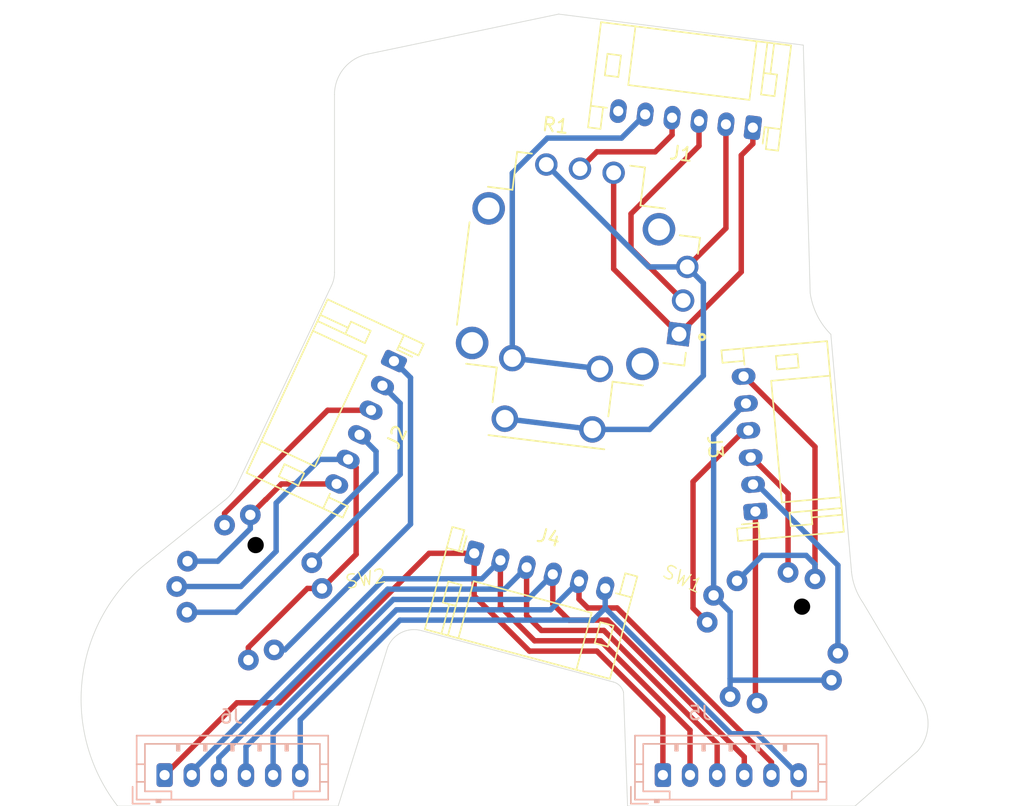
<source format=kicad_pcb>
(kicad_pcb (version 20240108) (generator "pcbnew") (generator_version "8.0")
  (layers (0 "F.Cu" signal) (31 "B.Cu" signal) (34 "B.Paste" user) (35 "F.Paste" user) (36 "B.SilkS" user "B.Silkscreen") (37 "F.SilkS" user "F.Silkscreen") (38 "B.Mask" user) (39 "F.Mask" user) (44 "Edge.Cuts" user))
  (net 0 "")
  (net 1 "Net-(J1-Pin_5)")
  (net 2 "Net-(J1-Pin_1)")
  (net 3 "Net-(J1-Pin_3)")
  (net 5 "Net-(J1-Pin_2)")
  (net 6 "Net-(J1-Pin_4)")
  (net 7 "Net-(J2-Pin_1)")
  (net 8 "Net-(J2-Pin_4)")
  (net 9 "Net-(J2-Pin_5)")
  (net 10 "Net-(J2-Pin_6)")
  (net 11 "Net-(J2-Pin_2)")
  (net 12 "Net-(J2-Pin_3)")
  (net 13 "Net-(J3-Pin_3)")
  (net 14 "Net-(J3-Pin_5)")
  (net 15 "Net-(J3-Pin_4)")
  (net 16 "Net-(J3-Pin_1)")
  (net 17 "Net-(J3-Pin_2)")
  (net 18 "Net-(J3-Pin_6)")
  (net 19 "Net-(J4-Pin_1)")
  (net 20 "Net-(J4-Pin_3)")
  (net 21 "Net-(J4-Pin_4)")
  (net 22 "Net-(J4-Pin_5)")
  (net 23 "Net-(J4-Pin_2)")
  (net 24 "Net-(J4-Pin_6)")
  (footprint "MountingHole:MountingHole_2.7mm_M2.5" (layer "F.Cu") (at 151.638 109.474)
    (property "Reference" "REF**" (hide yes))
    (property "Value" "MountingHole_2.7mm_M2.5")
    (pad "" np_thru_hole circle (at 0 0) (size 2.7 2.7) (drill 2.7) (layers "*.Cu" "*.Mask"))
  )
  (footprint "Connector_JST:JST_PH_S6B-PH-K_1x06_P2.00mm_Horizontal" (layer "F.Cu") (at 121.280478 96.923387 -15)
    (property "Reference" "J4" (at 4.999999 -2.549999 165) (layer "F.SilkS"))
    (property "Value" "Conn_01x06")
    (fp_line (start -2.06 6.359999) (end 12.060001 6.36) (stroke (width 0.12)) (layer "F.SilkS"))
    (fp_line (start -1.300001 4.1) (end -0.300001 4.1) (stroke (width 0.12)) (layer "F.SilkS"))
    (fp_line (start -2.059999 0.139999) (end -1.140001 0.140001) (stroke (width 0.12)) (layer "F.SilkS"))
    (fp_line (start -1.300001 2.5) (end -1.300001 4.1) (stroke (width 0.12)) (layer "F.SilkS"))
    (fp_line (start -0.800001 4.1) (end -0.799999 6.36) (stroke (width 0.12)) (layer "F.SilkS"))
    (fp_line (start -2.059999 -1.46) (end -2.06 6.359999) (stroke (width 0.12)) (layer "F.SilkS"))
    (fp_line (start -0.300001 4.1) (end -0.300001 6.359999) (stroke (width 0.12)) (layer "F.SilkS"))
    (fp_line (start -0.300001 4.1) (end -0.3 2.5) (stroke (width 0.12)) (layer "F.SilkS"))
    (fp_line (start 0.5 6.359999) (end 0.5 2) (stroke (width 0.12)) (layer "F.SilkS"))
    (fp_line (start -1.140001 0.140001) (end -1.14 -1.46) (stroke (width 0.12)) (layer "F.SilkS"))
    (fp_line (start -0.3 2.5) (end -1.300001 2.5) (stroke (width 0.12)) (layer "F.SilkS"))
    (fp_line (start -0.86 0.140001) (end -1.140001 0.140001) (stroke (width 0.12)) (layer "F.SilkS"))
    (fp_line (start -0.86 0.140001) (end -0.86 -1.074999) (stroke (width 0.12)) (layer "F.SilkS"))
    (fp_line (start -1.14 -1.46) (end -2.059999 -1.46) (stroke (width 0.12)) (layer "F.SilkS"))
    (fp_line (start 0.5 2) (end 9.500001 1.999999) (stroke (width 0.12)) (layer "F.SilkS"))
    (fp_line (start 9.500001 1.999999) (end 9.5 6.36) (stroke (width 0.12)) (layer "F.SilkS"))
    (fp_line (start 10.3 4.100001) (end 10.3 2.5) (stroke (width 0.12)) (layer "F.SilkS"))
    (fp_line (start 10.3 2.5) (end 11.3 2.5) (stroke (width 0.12)) (layer "F.SilkS"))
    (fp_line (start 11.3 4.1) (end 10.3 4.100001) (stroke (width 0.12)) (layer "F.SilkS"))
    (fp_line (start 12.060001 6.36) (end 12.06 -1.460001) (stroke (width 0.12)) (layer "F.SilkS"))
    (fp_line (start 11.3 2.5) (end 11.3 4.1) (stroke (width 0.12)) (layer "F.SilkS"))
    (fp_line (start 11.140001 0.14) (end 10.860001 0.139999) (stroke (width 0.12)) (layer "F.SilkS"))
    (fp_line (start 11.14 -1.460002) (end 11.140001 0.14) (stroke (width 0.12)) (layer "F.SilkS"))
    (fp_line (start 12.06 0.14) (end 11.140001 0.14) (stroke (width 0.12)) (layer "F.SilkS"))
    (fp_line (start 12.06 -1.460001) (end 11.14 -1.460002) (stroke (width 0.12)) (layer "F.SilkS"))
    (pad "1" thru_hole roundrect (at 0 0 345) (size 1.2 1.75) (drill 0.75) (layers "*.Cu" "*.Mask") (roundrect_rratio 0.208333) (net 19 "Net-(J4-Pin_1)"))
    (pad "2" thru_hole oval (at 1.999999 0 345) (size 1.2 1.75) (drill 0.75) (layers "*.Cu" "*.Mask") (net 23 "Net-(J4-Pin_2)"))
    (pad "3" thru_hole oval (at 4 0.000001 345) (size 1.2 1.75) (drill 0.75) (layers "*.Cu" "*.Mask") (net 20 "Net-(J4-Pin_3)"))
    (pad "4" thru_hole oval (at 6 0.000001 345) (size 1.2 1.75) (drill 0.75) (layers "*.Cu" "*.Mask") (net 21 "Net-(J4-Pin_4)"))
    (pad "5" thru_hole oval (at 7.999999 -0.000001 345) (size 1.2 1.75) (drill 0.75) (layers "*.Cu" "*.Mask") (net 22 "Net-(J4-Pin_5)"))
    (pad "6" thru_hole oval (at 10 0.000001 345) (size 1.2 1.75) (drill 0.75) (layers "*.Cu" "*.Mask") (net 24 "Net-(J4-Pin_6)"))
  )
  (footprint "thumb-hat:hat-switch" (layer "F.Cu") (at 104.706 99.446 10)
    (property "Reference" "SW2" (at 8.558816 0.859277 10) (layer "F.SilkS") (effects (font (thickness 0.1))))
    (property "Value" "~")
    (pad "" np_thru_hole circle (at 1.000001 -2.999999 10) (size 1.2 1.2) (drill 1.2) (layers "*.Mask"))
    (pad "1" thru_hole circle (at 1.000001 4.85 10) (size 1.524 1.524) (drill 0.762) (layers "*.Cu" "*.Mask") (net 7 "Net-(J2-Pin_1)"))
    (pad "2" thru_hole circle (at 4.85 -1.000001 10) (size 1.524 1.524) (drill 0.762) (layers "*.Cu" "*.Mask") (net 11 "Net-(J2-Pin_2)"))
    (pad "3" thru_hole circle (at -1.000001 -4.85 10) (size 1.524 1.524) (drill 0.762) (layers "*.Cu" "*.Mask") (net 12 "Net-(J2-Pin_3)"))
    (pad "4" thru_hole circle (at -4.85 1.000001 10) (size 1.524 1.524) (drill 0.762) (layers "*.Cu" "*.Mask") (net 8 "Net-(J2-Pin_4)"))
    (pad "5" thru_hole circle (at -5.26 -1.000001 10) (size 1.524 1.524) (drill 0.762) (layers "*.Cu" "*.Mask") (net 9 "Net-(J2-Pin_5)"))
    (pad "5" thru_hole circle (at -1.000001 5.26 10) (size 1.524 1.524) (drill 0.762) (layers "*.Cu" "*.Mask") (net 9 "Net-(J2-Pin_5)"))
    (pad "5" thru_hole circle (at 5.26 1.000001 10) (size 1.524 1.524) (drill 0.762) (layers "*.Cu" "*.Mask") (net 9 "Net-(J2-Pin_5)"))
    (pad "6" thru_hole circle (at 1.000001 -5.26 10) (size 1.524 1.524) (drill 0.762) (layers "*.Cu" "*.Mask") (net 10 "Net-(J2-Pin_6)"))
    (pad "7" thru_hole circle (at -4.15 -2.7 10) (size 1.524 1.524) (drill 0.762) (layers "*.Cu" "*.Mask") (net 10 "Net-(J2-Pin_6)"))
  )
  (footprint "MountingHole:MountingHole_2.7mm_M2.5" (layer "F.Cu") (at 116.078 64.516)
    (property "Reference" "REF**" (hide yes))
    (property "Value" "MountingHole_2.7mm_M2.5")
    (pad "" np_thru_hole circle (at 0 0) (size 2.7 2.7) (drill 2.7) (layers "*.Cu" "*.Mask"))
  )
  (footprint "Connector_JST:JST_PH_S6B-PH-K_1x06_P2.00mm_Horizontal" (layer "F.Cu") (at 141.824151 65.525085 173)
    (property "Reference" "J1" (at 5 -2.55 -7) (layer "F.SilkS"))
    (property "Value" "Conn_01x06")
    (fp_line (start 12.06 -1.46) (end 11.14 -1.46) (stroke (width 0.12)) (layer "F.SilkS"))
    (fp_line (start 12.06 0.14) (end 11.14 0.14) (stroke (width 0.12)) (layer "F.SilkS"))
    (fp_line (start 11.14 -1.46) (end 11.14 0.14) (stroke (width 0.12)) (layer "F.SilkS"))
    (fp_line (start 12.06 6.36) (end 12.06 -1.46) (stroke (width 0.12)) (layer "F.SilkS"))
    (fp_line (start 11.14 0.14) (end 10.86 0.140002) (stroke (width 0.12)) (layer "F.SilkS"))
    (fp_line (start 11.3 2.5) (end 11.3 4.1) (stroke (width 0.12)) (layer "F.SilkS"))
    (fp_line (start 11.3 4.1) (end 10.3 4.1) (stroke (width 0.12)) (layer "F.SilkS"))
    (fp_line (start 10.3 2.5) (end 11.3 2.5) (stroke (width 0.12)) (layer "F.SilkS"))
    (fp_line (start 10.3 4.1) (end 10.3 2.5) (stroke (width 0.12)) (layer "F.SilkS"))
    (fp_line (start 9.5 2) (end 9.5 6.36) (stroke (width 0.12)) (layer "F.SilkS"))
    (fp_line (start 0.5 2) (end 9.5 2) (stroke (width 0.12)) (layer "F.SilkS"))
    (fp_line (start 0.5 6.36) (end 0.5 2) (stroke (width 0.12)) (layer "F.SilkS"))
    (fp_line (start -0.3 2.5) (end -1.3 2.5) (stroke (width 0.12)) (layer "F.SilkS"))
    (fp_line (start -0.3 4.1) (end -0.3 2.5) (stroke (width 0.12)) (layer "F.SilkS"))
    (fp_line (start -0.3 4.1) (end -0.3 6.36) (stroke (width 0.12)) (layer "F.SilkS"))
    (fp_line (start -0.86 0.14) (end -0.86 -1.075) (stroke (width 0.12)) (layer "F.SilkS"))
    (fp_line (start -0.86 0.14) (end -1.14 0.14) (stroke (width 0.12)) (layer "F.SilkS"))
    (fp_line (start -1.14 -1.46) (end -2.06 -1.46) (stroke (width 0.12)) (layer "F.SilkS"))
    (fp_line (start -1.14 0.14) (end -1.14 -1.46) (stroke (width 0.12)) (layer "F.SilkS"))
    (fp_line (start -0.8 4.1) (end -0.8 6.36) (stroke (width 0.12)) (layer "F.SilkS"))
    (fp_line (start -1.3 2.5) (end -1.3 4.1) (stroke (width 0.12)) (layer "F.SilkS"))
    (fp_line (start -1.3 4.1) (end -0.3 4.1) (stroke (width 0.12)) (layer "F.SilkS"))
    (fp_line (start -2.06 -1.46) (end -2.06 6.36) (stroke (width 0.12)) (layer "F.SilkS"))
    (fp_line (start -2.06 0.14) (end -1.14 0.14) (stroke (width 0.12)) (layer "F.SilkS"))
    (fp_line (start -2.06 6.36) (end 12.06 6.36) (stroke (width 0.12)) (layer "F.SilkS"))
    (pad "1" thru_hole roundrect (at 0 0 173) (size 1.2 1.75) (drill 0.75) (layers "*.Cu" "*.Mask") (roundrect_rratio 0.208333) (net 2 "Net-(J1-Pin_1)"))
    (pad "2" thru_hole oval (at 2 0 173) (size 1.2 1.75) (drill 0.75) (layers "*.Cu" "*.Mask") (net 5 "Net-(J1-Pin_2)"))
    (pad "3" thru_hole oval (at 4 0 173) (size 1.2 1.75) (drill 0.75) (layers "*.Cu" "*.Mask") (net 3 "Net-(J1-Pin_3)"))
    (pad "4" thru_hole oval (at 6 0 173) (size 1.2 1.75) (drill 0.75) (layers "*.Cu" "*.Mask") (net 6 "Net-(J1-Pin_4)"))
    (pad "5" thru_hole oval (at 8 0 173) (size 1.2 1.75) (drill 0.75) (layers "*.Cu" "*.Mask") (net 1 "Net-(J1-Pin_5)"))
    (pad "6" thru_hole oval (at 10 0 173) (size 1.2 1.75) (drill 0.75) (layers "*.Cu" "*.Mask"))
  )
  (footprint "THB001P:CNK_THB001P" (layer "F.Cu") (at 128.016 77.216 -7)
    (property "Reference" "R1" (at -2.175 -11.675 173) (layer "F.SilkS"))
    (property "Value" "~")
    (fp_line (start -6.575 6.575) (end -4.300001 6.575) (stroke (width 0.127)) (layer "F.SilkS"))
    (fp_line (start -7.6 -3.81) (end -7.6 3.81) (stroke (width 0.127)) (layer "F.SilkS"))
    (fp_line (start -4.3 11.600001) (end 4.3 11.599999) (stroke (width 0.127)) (layer "F.SilkS"))
    (fp_line (start -4.300001 6.575) (end -4.3 9.15) (stroke (width 0.127)) (layer "F.SilkS"))
    (fp_line (start -4.75 -6.575001) (end -6.575 -6.575) (stroke (width 0.127)) (layer "F.SilkS"))
    (fp_line (start -4.75 -9.4) (end -4.75 -6.575001) (stroke (width 0.127)) (layer "F.SilkS"))
    (fp_line (start -3.649999 -9.4) (end -4.75 -9.4) (stroke (width 0.127)) (layer "F.SilkS"))
    (fp_line (start 4.3 9.15) (end 4.299999 6.575) (stroke (width 0.127)) (layer "F.SilkS"))
    (fp_line (start 4.299999 6.575) (end 6.55 6.575) (stroke (width 0.127)) (layer "F.SilkS"))
    (fp_line (start 3.650001 -9.4) (end 4.75 -9.4) (stroke (width 0.127)) (layer "F.SilkS"))
    (fp_line (start 4.75 -6.574999) (end 6.575 -6.575) (stroke (width 0.127)) (layer "F.SilkS"))
    (fp_line (start 4.75 -9.4) (end 4.75 -6.574999) (stroke (width 0.127)) (layer "F.SilkS"))
    (fp_line (start 7.9 -4.75) (end 9.4 -4.75) (stroke (width 0.127)) (layer "F.SilkS"))
    (fp_line (start 9.4 4.75) (end 7.85 4.75) (stroke (width 0.127)) (layer "F.SilkS"))
    (fp_line (start 9.4 3.800001) (end 9.4 4.75) (stroke (width 0.127)) (layer "F.SilkS"))
    (fp_line (start 9.4 -4.75) (end 9.4 -3.55) (stroke (width 0.127)) (layer "F.SilkS"))
    (fp_circle (center 10.45 2.5) (end 10.549999 2.5) (stroke (width 0.2)) (fill none) (layer "F.SilkS"))
    (pad "A" thru_hole circle (at -3.25 5.75 353) (size 1.95 1.95) (drill 1.3) (layers "*.Cu" "*.Mask") (net 1 "Net-(J1-Pin_5)"))
    (pad "B" thru_hole circle (at 3.250001 5.75 353) (size 1.95 1.95) (drill 1.3) (layers "*.Cu" "*.Mask") (net 1 "Net-(J1-Pin_5)"))
    (pad "C" thru_hole circle (at -3.249999 10.249999 353) (size 1.95 1.95) (drill 1.3) (layers "*.Cu" "*.Mask") (net 5 "Net-(J1-Pin_2)"))
    (pad "D" thru_hole circle (at 3.25 10.250001 353) (size 1.95 1.95) (drill 1.3) (layers "*.Cu" "*.Mask") (net 5 "Net-(J1-Pin_2)"))
    (pad "S1" thru_hole circle (at 6.325 -5 353) (size 2.4 2.4) (drill 1.6) (layers "*.Cu" "*.Mask"))
    (pad "S2" thru_hole circle (at -6.325 -5 353) (size 2.4 2.4) (drill 1.6) (layers "*.Cu" "*.Mask"))
    (pad "S3" thru_hole circle (at -6.325 5 353) (size 2.4 2.4) (drill 1.6) (layers "*.Cu" "*.Mask"))
    (pad "S4" thru_hole circle (at 6.325 5 353) (size 2.4 2.4) (drill 1.6) (layers "*.Cu" "*.Mask"))
    (pad "VR1_1" thru_hole rect (at 8.729999 2.5 353) (size 1.65 1.65) (drill 1.1) (layers "*.Cu" "*.Mask") (net 2 "Net-(J1-Pin_1)"))
    (pad "VR1_2" thru_hole circle (at 8.73 0.000001 353) (size 1.65 1.65) (drill 1.1) (layers "*.Cu" "*.Mask") (net 3 "Net-(J1-Pin_3)"))
    (pad "VR1_3" thru_hole circle (at 8.730001 -2.5 353) (size 1.65 1.65) (drill 1.1) (layers "*.Cu" "*.Mask") (net 5 "Net-(J1-Pin_2)"))
    (pad "VR2_1" thru_hole circle (at 2.5 -8.729999 353) (size 1.65 1.65) (drill 1.1) (layers "*.Cu" "*.Mask") (net 2 "Net-(J1-Pin_1)"))
    (pad "VR2_2" thru_hole circle (at 0.000001 -8.73 353) (size 1.65 1.65) (drill 1.1) (layers "*.Cu" "*.Mask") (net 6 "Net-(J1-Pin_4)"))
    (pad "VR2_3" thru_hole circle (at -2.5 -8.730001 353) (size 1.65 1.65) (drill 1.1) (layers "*.Cu" "*.Mask") (net 5 "Net-(J1-Pin_2)"))
  )
  (footprint "MountingHole:MountingHole_2.7mm_M2.5" (layer "F.Cu") (at 134.112 93.218)
    (property "Reference" "REF**" (hide yes))
    (property "Value" "MountingHole_2.7mm_M2.5")
    (pad "" np_thru_hole circle (at 0 0) (size 2.7 2.7) (drill 2.7) (layers "*.Cu" "*.Mask"))
  )
  (footprint "MountingHole:MountingHole_2.7mm_M2.5" (layer "F.Cu") (at 96.52 106.426)
    (property "Reference" "REF**" (hide yes))
    (property "Value" "MountingHole_2.7mm_M2.5")
    (pad "" np_thru_hole circle (at 0 0) (size 2.7 2.7) (drill 2.7) (layers "*.Cu" "*.Mask"))
  )
  (footprint "MountingHole:MountingHole_2.7mm_M2.5" (layer "F.Cu") (at 143.256 74.676)
    (property "Reference" "REF**" (hide yes))
    (property "Value" "MountingHole_2.7mm_M2.5")
    (pad "" np_thru_hole circle (at 0 0) (size 2.7 2.7) (drill 2.7) (layers "*.Cu" "*.Mask"))
  )
  (footprint "Connector_JST:JST_PH_S6B-PH-K_1x06_P2.00mm_Horizontal" (layer "F.Cu") (at 115.365762 82.746874 -115)
    (property "Reference" "J2" (at 5.000001 -2.55 -115) (layer "F.SilkS"))
    (property "Value" "Conn_01x06")
    (fp_line (start 12.059998 6.360001) (end 12.06 -1.46) (stroke (width 0.12)) (layer "F.SilkS"))
    (fp_line (start 11.3 4.1) (end 10.300001 4.1) (stroke (width 0.12)) (layer "F.SilkS"))
    (fp_line (start 10.300001 4.1) (end 10.3 2.500001) (stroke (width 0.12)) (layer "F.SilkS"))
    (fp_line (start 11.3 2.5) (end 11.3 4.1) (stroke (width 0.12)) (layer "F.SilkS"))
    (fp_line (start 10.3 2.500001) (end 11.3 2.5) (stroke (width 0.12)) (layer "F.SilkS"))
    (fp_line (start 0.5 6.36) (end 0.500001 2) (stroke (width 0.12)) (layer "F.SilkS"))
    (fp_line (start 9.5 2) (end 9.5 6.36) (stroke (width 0.12)) (layer "F.SilkS"))
    (fp_line (start 12.06 0.139999) (end 11.14 0.140001) (stroke (width 0.12)) (layer "F.SilkS"))
    (fp_line (start -2.06 6.36) (end 12.059998 6.360001) (stroke (width 0.12)) (layer "F.SilkS"))
    (fp_line (start 11.14 0.140001) (end 10.86 0.140001) (stroke (width 0.12)) (layer "F.SilkS"))
    (fp_line (start 12.06 -1.46) (end 11.139999 -1.460001) (stroke (width 0.12)) (layer "F.SilkS"))
    (fp_line (start -0.3 4.1) (end -0.3 6.360001) (stroke (width 0.12)) (layer "F.SilkS"))
    (fp_line (start -0.3 4.1) (end -0.299999 2.5) (stroke (width 0.12)) (layer "F.SilkS"))
    (fp_line (start 11.139999 -1.460001) (end 11.14 0.140001) (stroke (width 0.12)) (layer "F.SilkS"))
    (fp_line (start -0.8 4.099999) (end -0.800001 6.359999) (stroke (width 0.12)) (layer "F.SilkS"))
    (fp_line (start -1.300001 4.100001) (end -0.3 4.1) (stroke (width 0.12)) (layer "F.SilkS"))
    (fp_line (start -0.299999 2.5) (end -1.3 2.5) (stroke (width 0.12)) (layer "F.SilkS"))
    (fp_line (start 0.500001 2) (end 9.5 2) (stroke (width 0.12)) (layer "F.SilkS"))
    (fp_line (start -1.3 2.5) (end -1.300001 4.100001) (stroke (width 0.12)) (layer "F.SilkS"))
    (fp_line (start -0.859999 0.14) (end -1.140002 0.14) (stroke (width 0.12)) (layer "F.SilkS"))
    (fp_line (start -0.859999 0.14) (end -0.86 -1.075) (stroke (width 0.12)) (layer "F.SilkS"))
    (fp_line (start -1.140002 0.14) (end -1.139999 -1.46) (stroke (width 0.12)) (layer "F.SilkS"))
    (fp_line (start -2.059999 0.139999) (end -1.140002 0.14) (stroke (width 0.12)) (layer "F.SilkS"))
    (fp_line (start -1.139999 -1.46) (end -2.06 -1.460001) (stroke (width 0.12)) (layer "F.SilkS"))
    (fp_line (start -2.06 -1.460001) (end -2.06 6.36) (stroke (width 0.12)) (layer "F.SilkS"))
    (pad "1" thru_hole roundrect (at 0 0 245) (size 1.2 1.75) (drill 0.75) (layers "*.Cu" "*.Mask") (roundrect_rratio 0.208333) (net 7 "Net-(J2-Pin_1)"))
    (pad "2" thru_hole oval (at 2 0.000001 245) (size 1.2 1.75) (drill 0.75) (layers "*.Cu" "*.Mask") (net 11 "Net-(J2-Pin_2)"))
    (pad "3" thru_hole oval (at 4 0 245) (size 1.2 1.75) (drill 0.75) (layers "*.Cu" "*.Mask") (net 12 "Net-(J2-Pin_3)"))
    (pad "4" thru_hole oval (at 6 0 245) (size 1.2 1.75) (drill 0.75) (layers "*.Cu" "*.Mask") (net 8 "Net-(J2-Pin_4)"))
    (pad "5" thru_hole oval (at 8.000001 0.000001 245) (size 1.2 1.75) (drill 0.75) (layers "*.Cu" "*.Mask") (net 9 "Net-(J2-Pin_5)"))
    (pad "6" thru_hole oval (at 10 0 245) (size 1.2 1.75) (drill 0.75) (layers "*.Cu" "*.Mask") (net 10 "Net-(J2-Pin_6)"))
  )
  (footprint "thumb-hat:hat-switch" (layer "F.Cu") (at 143.276 103.156 -25)
    (property "Reference" "SW1" (at -7.841772 -1.143016 -25) (layer "F.SilkS") (effects (font (thickness 0.1))))
    (property "Value" "~")
    (pad "" np_thru_hole circle (at 1 -3 335) (size 1.2 1.2) (drill 1.2) (layers "*.Mask"))
    (pad "1" thru_hole circle (at 1.000001 4.85 335) (size 1.524 1.524) (drill 0.762) (layers "*.Cu" "*.Mask") (net 16 "Net-(J3-Pin_1)"))
    (pad "2" thru_hole circle (at 4.85 -1.000001 335) (size 1.524 1.524) (drill 0.762) (layers "*.Cu" "*.Mask") (net 17 "Net-(J3-Pin_2)"))
    (pad "3" thru_hole circle (at -1.000001 -4.85 335) (size 1.524 1.524) (drill 0.762) (layers "*.Cu" "*.Mask") (net 13 "Net-(J3-Pin_3)"))
    (pad "4" thru_hole circle (at -4.85 1.000001 335) (size 1.524 1.524) (drill 0.762) (layers "*.Cu" "*.Mask") (net 15 "Net-(J3-Pin_4)"))
    (pad "5" thru_hole circle (at -5.26 -1 335) (size 1.524 1.524) (drill 0.762) (layers "*.Cu" "*.Mask") (net 14 "Net-(J3-Pin_5)"))
    (pad "5" thru_hole circle (at -1 5.26 335) (size 1.524 1.524) (drill 0.762) (layers "*.Cu" "*.Mask") (net 14 "Net-(J3-Pin_5)"))
    (pad "5" thru_hole circle (at 5.26 1 335) (size 1.524 1.524) (drill 0.762) (layers "*.Cu" "*.Mask") (net 14 "Net-(J3-Pin_5)"))
    (pad "6" thru_hole circle (at 1 -5.26 335) (size 1.524 1.524) (drill 0.762) (layers "*.Cu" "*.Mask") (net 18 "Net-(J3-Pin_6)"))
    (pad "7" thru_hole circle (at -4.15 -2.7 335) (size 1.524 1.524) (drill 0.762) (layers "*.Cu" "*.Mask") (net 18 "Net-(J3-Pin_6)"))
  )
  (footprint "Connector_JST:JST_PH_S6B-PH-K_1x06_P2.00mm_Horizontal" (layer "F.Cu") (at 142.013102 93.840505 95)
    (property "Reference" "J3" (at 5 -2.55 -85) (layer "F.SilkS"))
    (property "Value" "Conn_01x06")
    (fp_line (start 12.06 -1.460001) (end 11.140001 -1.46) (stroke (width 0.12)) (layer "F.SilkS"))
    (fp_line (start 11.140001 -1.46) (end 11.140001 0.14) (stroke (width 0.12)) (layer "F.SilkS"))
    (fp_line (start -1.140001 -1.459999) (end -2.059999 -1.460003) (stroke (width 0.12)) (layer "F.SilkS"))
    (fp_line (start -2.059999 -1.460003) (end -2.06 6.359999) (stroke (width 0.12)) (layer "F.SilkS"))
    (fp_line (start 12.06 0.139999) (end 11.140001 0.14) (stroke (width 0.12)) (layer "F.SilkS"))
    (fp_line (start 11.140001 0.14) (end 10.86 0.139999) (stroke (width 0.12)) (layer "F.SilkS"))
    (fp_line (start -0.86 0.14) (end -0.86 -1.074999) (stroke (width 0.12)) (layer "F.SilkS"))
    (fp_line (start -0.86 0.14) (end -1.140001 0.140001) (stroke (width 0.12)) (layer "F.SilkS"))
    (fp_line (start -1.140001 0.140001) (end -1.140001 -1.459999) (stroke (width 0.12)) (layer "F.SilkS"))
    (fp_line (start -2.059999 0.139999) (end -1.140001 0.140001) (stroke (width 0.12)) (layer "F.SilkS"))
    (fp_line (start 9.5 2) (end 9.5 6.36) (stroke (width 0.12)) (layer "F.SilkS"))
    (fp_line (start 11.3 2.5) (end 11.3 4.1) (stroke (width 0.12)) (layer "F.SilkS"))
    (fp_line (start 10.3 2.5) (end 11.3 2.5) (stroke (width 0.12)) (layer "F.SilkS"))
    (fp_line (start 0.500001 2) (end 9.5 2) (stroke (width 0.12)) (layer "F.SilkS"))
    (fp_line (start -0.3 2.5) (end -1.300001 2.500001) (stroke (width 0.12)) (layer "F.SilkS"))
    (fp_line (start -1.300001 2.500001) (end -1.300001 4.1) (stroke (width 0.12)) (layer "F.SilkS"))
    (fp_line (start 11.3 4.1) (end 10.3 4.100001) (stroke (width 0.12)) (layer "F.SilkS"))
    (fp_line (start 10.3 4.100001) (end 10.3 2.5) (stroke (width 0.12)) (layer "F.SilkS"))
    (fp_line (start -0.300001 4.1) (end -0.3 2.5) (stroke (width 0.12)) (layer "F.SilkS"))
    (fp_line (start -0.300001 4.1) (end -0.3 6.359999) (stroke (width 0.12)) (layer "F.SilkS"))
    (fp_line (start -0.800001 4.1) (end -0.8 6.36) (stroke (width 0.12)) (layer "F.SilkS"))
    (fp_line (start -1.300001 4.1) (end -0.300001 4.1) (stroke (width 0.12)) (layer "F.SilkS"))
    (fp_line (start 12.06 6.36) (end 12.06 -1.460001) (stroke (width 0.12)) (layer "F.SilkS"))
    (fp_line (start 0.5 6.36) (end 0.500001 2) (stroke (width 0.12)) (layer "F.SilkS"))
    (fp_line (start -2.06 6.359999) (end 12.06 6.36) (stroke (width 0.12)) (layer "F.SilkS"))
    (pad "1" thru_hole roundrect (at 0 0 95) (size 1.2 1.75) (drill 0.75) (layers "*.Cu" "*.Mask") (roundrect_rratio 0.208333) (net 16 "Net-(J3-Pin_1)"))
    (pad "2" thru_hole oval (at 2 -0.000001 95) (size 1.2 1.75) (drill 0.75) (layers "*.Cu" "*.Mask") (net 17 "Net-(J3-Pin_2)"))
    (pad "3" thru_hole oval (at 4 0.000001 95) (size 1.2 1.75) (drill 0.75) (layers "*.Cu" "*.Mask") (net 13 "Net-(J3-Pin_3)"))
    (pad "4" thru_hole oval (at 6 0 95) (size 1.2 1.75) (drill 0.75) (layers "*.Cu" "*.Mask") (net 15 "Net-(J3-Pin_4)"))
    (pad "5" thru_hole oval (at 8 -0.000001 95) (size 1.2 1.75) (drill 0.75) (layers "*.Cu" "*.Mask") (net 14 "Net-(J3-Pin_5)"))
    (pad "6" thru_hole oval (at 10.000001 0.000001 95) (size 1.2 1.75) (drill 0.75) (layers "*.Cu" "*.Mask") (net 18 "Net-(J3-Pin_6)"))
  )
  (footprint "Connector_JST:JST_PH_B6B-PH-K_1x06_P2.00mm_Vertical" (layer "B.Cu") (at 98.458 113.284)
    (property "Reference" "J6" (at 4.92 -4.318 0) (layer "B.SilkS") (effects (justify mirror)))
    (property "Value" "Conn_01x06")
    (fp_line (start -2.36 0.86) (end -2.36 2.11) (stroke (width 0.12)) (layer "B.SilkS"))
    (fp_line (start -2.36 2.11) (end -1.11 2.11) (stroke (width 0.12)) (layer "B.SilkS"))
    (fp_line (start -2.06 -2.91) (end -2.06 1.81) (stroke (width 0.12)) (layer "B.SilkS"))
    (fp_line (start -2.06 1.81) (end 12.06 1.81) (stroke (width 0.12)) (layer "B.SilkS"))
    (fp_line (start -1.45 -2.3) (end -1.45 1.2) (stroke (width 0.12)) (layer "B.SilkS"))
    (fp_line (start -1.45 -0.8) (end -2.06 -0.8) (stroke (width 0.12)) (layer "B.SilkS"))
    (fp_line (start -1.45 0.5) (end -2.06 0.5) (stroke (width 0.12)) (layer "B.SilkS"))
    (fp_line (start -1.45 1.2) (end 0.5 1.2) (stroke (width 0.12)) (layer "B.SilkS"))
    (fp_line (start -0.6 1.81) (end -0.6 2.01) (stroke (width 0.12)) (layer "B.SilkS"))
    (fp_line (start -0.6 1.91) (end -0.3 1.91) (stroke (width 0.12)) (layer "B.SilkS"))
    (fp_line (start -0.6 2.01) (end -0.3 2.01) (stroke (width 0.12)) (layer "B.SilkS"))
    (fp_line (start -0.3 2.01) (end -0.3 1.81) (stroke (width 0.12)) (layer "B.SilkS"))
    (fp_line (start 0.5 1.2) (end 0.5 1.81) (stroke (width 0.12)) (layer "B.SilkS"))
    (fp_line (start 0.9 -1.8) (end 0.9 -2.3) (stroke (width 0.12)) (layer "B.SilkS"))
    (fp_line (start 1 -1.8) (end 1 -2.3) (stroke (width 0.12)) (layer "B.SilkS"))
    (fp_line (start 1.1 -2.3) (end 1.1 -1.8) (stroke (width 0.12)) (layer "B.SilkS"))
    (fp_line (start 1.1 -1.8) (end 0.9 -1.8) (stroke (width 0.12)) (layer "B.SilkS"))
    (fp_line (start 2.9 -1.8) (end 2.9 -2.3) (stroke (width 0.12)) (layer "B.SilkS"))
    (fp_line (start 3 -1.8) (end 3 -2.3) (stroke (width 0.12)) (layer "B.SilkS"))
    (fp_line (start 3.1 -2.3) (end 3.1 -1.8) (stroke (width 0.12)) (layer "B.SilkS"))
    (fp_line (start 3.1 -1.8) (end 2.9 -1.8) (stroke (width 0.12)) (layer "B.SilkS"))
    (fp_line (start 4.9 -1.8) (end 4.9 -2.3) (stroke (width 0.12)) (layer "B.SilkS"))
    (fp_line (start 5 -1.8) (end 5 -2.3) (stroke (width 0.12)) (layer "B.SilkS"))
    (fp_line (start 5.1 -2.3) (end 5.1 -1.8) (stroke (width 0.12)) (layer "B.SilkS"))
    (fp_line (start 5.1 -1.8) (end 4.9 -1.8) (stroke (width 0.12)) (layer "B.SilkS"))
    (fp_line (start 6.9 -1.8) (end 6.9 -2.3) (stroke (width 0.12)) (layer "B.SilkS"))
    (fp_line (start 7 -1.8) (end 7 -2.3) (stroke (width 0.12)) (layer "B.SilkS"))
    (fp_line (start 7.1 -2.3) (end 7.1 -1.8) (stroke (width 0.12)) (layer "B.SilkS"))
    (fp_line (start 7.1 -1.8) (end 6.9 -1.8) (stroke (width 0.12)) (layer "B.SilkS"))
    (fp_line (start 8.9 -1.8) (end 8.9 -2.3) (stroke (width 0.12)) (layer "B.SilkS"))
    (fp_line (start 9 -1.8) (end 9 -2.3) (stroke (width 0.12)) (layer "B.SilkS"))
    (fp_line (start 9.1 -2.3) (end 9.1 -1.8) (stroke (width 0.12)) (layer "B.SilkS"))
    (fp_line (start 9.1 -1.8) (end 8.9 -1.8) (stroke (width 0.12)) (layer "B.SilkS"))
    (fp_line (start 9.5 1.2) (end 11.45 1.2) (stroke (width 0.12)) (layer "B.SilkS"))
    (fp_line (start 9.5 1.81) (end 9.5 1.2) (stroke (width 0.12)) (layer "B.SilkS"))
    (fp_line (start 11.45 -2.3) (end -1.45 -2.3) (stroke (width 0.12)) (layer "B.SilkS"))
    (fp_line (start 11.45 -0.8) (end 12.06 -0.8) (stroke (width 0.12)) (layer "B.SilkS"))
    (fp_line (start 11.45 0.5) (end 12.06 0.5) (stroke (width 0.12)) (layer "B.SilkS"))
    (fp_line (start 11.45 1.2) (end 11.45 -2.3) (stroke (width 0.12)) (layer "B.SilkS"))
    (fp_line (start 12.06 -2.91) (end -2.06 -2.91) (stroke (width 0.12)) (layer "B.SilkS"))
    (fp_line (start 12.06 1.81) (end 12.06 -2.91) (stroke (width 0.12)) (layer "B.SilkS"))
    (pad "1" thru_hole roundrect (at 0 0) (size 1.2 1.75) (drill 0.75) (layers "*.Cu" "*.Mask") (roundrect_rratio 0.208333) (net 19 "Net-(J4-Pin_1)"))
    (pad "2" thru_hole oval (at 2 0) (size 1.2 1.75) (drill 0.75) (layers "*.Cu" "*.Mask") (net 23 "Net-(J4-Pin_2)"))
    (pad "3" thru_hole oval (at 4 0) (size 1.2 1.75) (drill 0.75) (layers "*.Cu" "*.Mask") (net 20 "Net-(J4-Pin_3)"))
    (pad "4" thru_hole oval (at 6 0) (size 1.2 1.75) (drill 0.75) (layers "*.Cu" "*.Mask") (net 21 "Net-(J4-Pin_4)"))
    (pad "5" thru_hole oval (at 8 0) (size 1.2 1.75) (drill 0.75) (layers "*.Cu" "*.Mask") (net 22 "Net-(J4-Pin_5)"))
    (pad "6" thru_hole oval (at 10 0) (size 1.2 1.75) (drill 0.75) (layers "*.Cu" "*.Mask") (net 24 "Net-(J4-Pin_6)"))
  )
  (footprint "Connector_JST:JST_PH_B6B-PH-K_1x06_P2.00mm_Vertical" (layer "B.Cu") (at 135.192 113.284)
    (property "Reference" "J5" (at 2.73 -4.572 0) (layer "B.SilkS") (effects (justify mirror)))
    (property "Value" "Conn_01x06")
    (fp_line (start -2.36 0.86) (end -2.36 2.11) (stroke (width 0.12)) (layer "B.SilkS"))
    (fp_line (start -2.36 2.11) (end -1.11 2.11) (stroke (width 0.12)) (layer "B.SilkS"))
    (fp_line (start -2.06 -2.91) (end -2.06 1.81) (stroke (width 0.12)) (layer "B.SilkS"))
    (fp_line (start -2.06 1.81) (end 12.06 1.81) (stroke (width 0.12)) (layer "B.SilkS"))
    (fp_line (start -1.45 -2.3) (end -1.45 1.2) (stroke (width 0.12)) (layer "B.SilkS"))
    (fp_line (start -1.45 -0.8) (end -2.06 -0.8) (stroke (width 0.12)) (layer "B.SilkS"))
    (fp_line (start -1.45 0.5) (end -2.06 0.5) (stroke (width 0.12)) (layer "B.SilkS"))
    (fp_line (start -1.45 1.2) (end 0.5 1.2) (stroke (width 0.12)) (layer "B.SilkS"))
    (fp_line (start -0.6 1.81) (end -0.6 2.01) (stroke (width 0.12)) (layer "B.SilkS"))
    (fp_line (start -0.6 1.91) (end -0.3 1.91) (stroke (width 0.12)) (layer "B.SilkS"))
    (fp_line (start -0.6 2.01) (end -0.3 2.01) (stroke (width 0.12)) (layer "B.SilkS"))
    (fp_line (start -0.3 2.01) (end -0.3 1.81) (stroke (width 0.12)) (layer "B.SilkS"))
    (fp_line (start 0.5 1.2) (end 0.5 1.81) (stroke (width 0.12)) (layer "B.SilkS"))
    (fp_line (start 0.9 -1.8) (end 0.9 -2.3) (stroke (width 0.12)) (layer "B.SilkS"))
    (fp_line (start 1 -1.8) (end 1 -2.3) (stroke (width 0.12)) (layer "B.SilkS"))
    (fp_line (start 1.1 -2.3) (end 1.1 -1.8) (stroke (width 0.12)) (layer "B.SilkS"))
    (fp_line (start 1.1 -1.8) (end 0.9 -1.8) (stroke (width 0.12)) (layer "B.SilkS"))
    (fp_line (start 2.9 -1.8) (end 2.9 -2.3) (stroke (width 0.12)) (layer "B.SilkS"))
    (fp_line (start 3 -1.8) (end 3 -2.3) (stroke (width 0.12)) (layer "B.SilkS"))
    (fp_line (start 3.1 -2.3) (end 3.1 -1.8) (stroke (width 0.12)) (layer "B.SilkS"))
    (fp_line (start 3.1 -1.8) (end 2.9 -1.8) (stroke (width 0.12)) (layer "B.SilkS"))
    (fp_line (start 4.9 -1.8) (end 4.9 -2.3) (stroke (width 0.12)) (layer "B.SilkS"))
    (fp_line (start 5 -1.8) (end 5 -2.3) (stroke (width 0.12)) (layer "B.SilkS"))
    (fp_line (start 5.1 -2.3) (end 5.1 -1.8) (stroke (width 0.12)) (layer "B.SilkS"))
    (fp_line (start 5.1 -1.8) (end 4.9 -1.8) (stroke (width 0.12)) (layer "B.SilkS"))
    (fp_line (start 6.9 -1.8) (end 6.9 -2.3) (stroke (width 0.12)) (layer "B.SilkS"))
    (fp_line (start 7 -1.8) (end 7 -2.3) (stroke (width 0.12)) (layer "B.SilkS"))
    (fp_line (start 7.1 -2.3) (end 7.1 -1.8) (stroke (width 0.12)) (layer "B.SilkS"))
    (fp_line (start 7.1 -1.8) (end 6.9 -1.8) (stroke (width 0.12)) (layer "B.SilkS"))
    (fp_line (start 8.9 -1.8) (end 8.9 -2.3) (stroke (width 0.12)) (layer "B.SilkS"))
    (fp_line (start 9 -1.8) (end 9 -2.3) (stroke (width 0.12)) (layer "B.SilkS"))
    (fp_line (start 9.1 -2.3) (end 9.1 -1.8) (stroke (width 0.12)) (layer "B.SilkS"))
    (fp_line (start 9.1 -1.8) (end 8.9 -1.8) (stroke (width 0.12)) (layer "B.SilkS"))
    (fp_line (start 9.5 1.2) (end 11.45 1.2) (stroke (width 0.12)) (layer "B.SilkS"))
    (fp_line (start 9.5 1.81) (end 9.5 1.2) (stroke (width 0.12)) (layer "B.SilkS"))
    (fp_line (start 11.45 -2.3) (end -1.45 -2.3) (stroke (width 0.12)) (layer "B.SilkS"))
    (fp_line (start 11.45 -0.8) (end 12.06 -0.8) (stroke (width 0.12)) (layer "B.SilkS"))
    (fp_line (start 11.45 0.5) (end 12.06 0.5) (stroke (width 0.12)) (layer "B.SilkS"))
    (fp_line (start 11.45 1.2) (end 11.45 -2.3) (stroke (width 0.12)) (layer "B.SilkS"))
    (fp_line (start 12.06 -2.91) (end -2.06 -2.91) (stroke (width 0.12)) (layer "B.SilkS"))
    (fp_line (start 12.06 1.81) (end 12.06 -2.91) (stroke (width 0.12)) (layer "B.SilkS"))
    (pad "1" thru_hole roundrect (at 0 0) (size 1.2 1.75) (drill 0.75) (layers "*.Cu" "*.Mask") (roundrect_rratio 0.208333) (net 19 "Net-(J4-Pin_1)"))
    (pad "2" thru_hole oval (at 2 0) (size 1.2 1.75) (drill 0.75) (layers "*.Cu" "*.Mask") (net 23 "Net-(J4-Pin_2)"))
    (pad "3" thru_hole oval (at 4 0) (size 1.2 1.75) (drill 0.75) (layers "*.Cu" "*.Mask") (net 20 "Net-(J4-Pin_3)"))
    (pad "4" thru_hole oval (at 6 0) (size 1.2 1.75) (drill 0.75) (layers "*.Cu" "*.Mask") (net 21 "Net-(J4-Pin_4)"))
    (pad "5" thru_hole oval (at 8 0) (size 1.2 1.75) (drill 0.75) (layers "*.Cu" "*.Mask") (net 22 "Net-(J4-Pin_5)"))
    (pad "6" thru_hole oval (at 10 0) (size 1.2 1.75) (drill 0.75) (layers "*.Cu" "*.Mask") (net 24 "Net-(J4-Pin_6)"))
  )
  (gr_arc (start 110.983845 76.2) (mid 110.923071 76.721963) (end 110.744 77.216) (stroke (width 0.05)) (layer "Edge.Cuts"))
  (gr_line (start 117.348 102.616001) (end 131.572 106.426001) (stroke (width 0.05)) (layer "Edge.Cuts"))
  (gr_arc (start 114.914817 103.822921) (mid 115.909266 102.771615) (end 117.348 102.616001) (stroke (width 0.05)) (layer "Edge.Cuts"))
  (gr_line (start 146.05 77.724) (end 145.542 59.436) (stroke (width 0.05)) (layer "Edge.Cuts"))
  (gr_line (start 154.217744 107.754173) (end 149.925202 100.539173) (stroke (width 0.05)) (layer "Edge.Cuts"))
  (gr_arc (start 94.996 115.57) (mid 92.394339 106.157984) (end 97.15767 97.633585) (stroke (width 0.05)) (layer "Edge.Cuts"))
  (gr_line (start 102.900743 93.002429) (end 97.15767 97.633585) (stroke (width 0.05)) (layer "Edge.Cuts"))
  (gr_line (start 145.542 59.436) (end 127.508 57.15) (stroke (width 0.05)) (layer "Edge.Cuts"))
  (gr_arc (start 110.982054 63.087883) (mid 111.672907 61.155485) (end 113.432292 60.099073) (stroke (width 0.05)) (layer "Edge.Cuts"))
  (gr_line (start 153.955315 111.533836) (end 149.352 115.57) (stroke (width 0.05)) (layer "Edge.Cuts"))
  (gr_arc (start 147.574 80.772) (mid 146.564689 79.371656) (end 146.050001 77.724) (stroke (width 0.05)) (layer "Edge.Cuts"))
  (gr_line (start 149.098 98.298) (end 147.574 80.772) (stroke (width 0.05)) (layer "Edge.Cuts"))
  (gr_line (start 132.588 115.57) (end 149.352 115.57) (stroke (width 0.05)) (layer "Edge.Cuts"))
  (gr_line (start 114.914817 103.822921) (end 111.252 115.57) (stroke (width 0.05)) (layer "Edge.Cuts"))
  (gr_line (start 94.996 115.57) (end 111.252 115.57) (stroke (width 0.05)) (layer "Edge.Cuts"))
  (gr_line (start 113.432292 60.099073) (end 127.508 57.15) (stroke (width 0.05)) (layer "Edge.Cuts"))
  (gr_arc (start 103.886 91.694) (mid 103.475787 92.410274) (end 102.900743 93.002429) (stroke (width 0.05)) (layer "Edge.Cuts"))
  (gr_line (start 132.287069 107.175102) (end 132.588 115.57) (stroke (width 0.05)) (layer "Edge.Cuts"))
  (gr_line (start 103.886 91.694) (end 110.744 77.216) (stroke (width 0.05)) (layer "Edge.Cuts"))
  (gr_arc (start 154.217743 107.754174) (mid 154.731017 109.688753) (end 153.955315 111.533836) (stroke (width 0.05)) (layer "Edge.Cuts"))
  (gr_arc (start 131.572 106.426001) (mid 132.028608 106.705979) (end 132.287069 107.175102) (stroke (width 0.05)) (layer "Edge.Cuts"))
  (gr_line (start 110.983845 76.2) (end 110.982054 63.087883) (stroke (width 0.05)) (layer "Edge.Cuts"))
  (gr_arc (start 149.925202 100.539173) (mid 149.371531 99.470286) (end 149.098 98.298) (stroke (width 0.05)) (layer "Edge.Cuts"))
  (segment (start 126.677119 66.294) (end 124.089476 68.881643) (width 0.4) (layer "B.Cu") (net 1))
  (segment (start 124.089476 82.527065) (end 130.541027 83.319216) (width 0.4) (layer "B.Cu") (net 1))
  (segment (start 133.883782 64.55013) (end 132.139912 66.294) (width 0.4) (layer "B.Cu") (net 1))
  (segment (start 132.139912 66.294) (end 126.677119 66.294) (width 0.4) (layer "B.Cu") (net 1))
  (segment (start 124.089476 68.881643) (end 124.089476 82.527065) (width 0.4) (layer "B.Cu") (net 1))
  (segment (start 136.376254 80.761285) (end 140.97 76.167539) (width 0.4) (layer "F.Cu") (net 2))
  (segment (start 141.824151 66.709849) (end 141.824151 65.525085) (width 0.4) (layer "F.Cu") (net 2))
  (segment (start 140.97 76.167539) (end 140.97 67.564) (width 0.4) (layer "F.Cu") (net 2))
  (segment (start 140.97 67.564) (end 141.824151 66.709849) (width 0.4) (layer "F.Cu") (net 2))
  (segment (start 131.561285 75.946316) (end 131.561285 68.855746) (width 0.4) (layer "F.Cu") (net 2))
  (segment (start 136.376254 80.761285) (end 131.561285 75.946316) (width 0.4) (layer "F.Cu") (net 2))
  (segment (start 132.842 71.882) (end 132.842 74.440992) (width 0.4) (layer "F.Cu") (net 3))
  (segment (start 137.853966 65.037608) (end 137.853966 66.870034) (width 0.4) (layer "F.Cu") (net 3))
  (segment (start 137.853966 66.870034) (end 132.842 71.882) (width 0.4) (layer "F.Cu") (net 3))
  (segment (start 132.842 74.440992) (end 136.680928 78.27992) (width 0.4) (layer "F.Cu") (net 3))
  (segment (start 139.839059 72.945097) (end 136.985602 75.798554) (width 0.4) (layer "F.Cu") (net 5))
  (segment (start 139.839059 65.281346) (end 139.839059 72.945097) (width 0.4) (layer "F.Cu") (net 5))
  (segment (start 134.210326 87.785674) (end 129.992614 87.785674) (width 0.4) (layer "B.Cu") (net 5))
  (segment (start 134.15071 75.798554) (end 136.985602 75.798554) (width 0.4) (layer "B.Cu") (net 5))
  (segment (start 138.176 76.988952) (end 138.176 83.82) (width 0.4) (layer "B.Cu") (net 5))
  (segment (start 126.598554 68.246398) (end 134.15071 75.798554) (width 0.4) (layer "B.Cu") (net 5))
  (segment (start 123.541065 86.993522) (end 129.992614 87.785674) (width 0.4) (layer "B.Cu") (net 5))
  (segment (start 138.176 83.82) (end 134.210326 87.785674) (width 0.4) (layer "B.Cu") (net 5))
  (segment (start 136.985602 75.798554) (end 138.176 76.988952) (width 0.4) (layer "B.Cu") (net 5))
  (segment (start 130.320992 67.31) (end 134.62 67.31) (width 0.4) (layer "F.Cu") (net 6))
  (segment (start 129.07992 68.551072) (end 130.320992 67.31) (width 0.4) (layer "F.Cu") (net 6))
  (segment (start 134.62 67.31) (end 135.868874 66.061126) (width 0.4) (layer "F.Cu") (net 6))
  (segment (start 135.868874 66.061126) (end 135.868874 64.793869) (width 0.4) (layer "F.Cu") (net 6))
  (segment (start 116.586 94.775894) (end 107.313225 104.048669) (width 0.4) (layer "B.Cu") (net 7))
  (segment (start 115.365762 82.746874) (end 116.586 83.967112) (width 0.4) (layer "B.Cu") (net 7))
  (segment (start 116.586 83.967112) (end 116.586 94.775894) (width 0.4) (layer "B.Cu") (net 7))
  (segment (start 107.313225 104.048669) (end 106.533002 104.048669) (width 0.4) (layer "B.Cu") (net 7))
  (segment (start 114.046 89.408) (end 114.046 90.951191) (width 0.4) (layer "B.Cu") (net 8))
  (segment (start 112.830052 88.184721) (end 112.830052 88.192052) (width 0.4) (layer "B.Cu") (net 8))
  (segment (start 114.046 90.951191) (end 103.724189 101.273002) (width 0.4) (layer "B.Cu") (net 8))
  (segment (start 103.724189 101.273002) (end 100.103331 101.273002) (width 0.4) (layer "B.Cu") (net 8))
  (segment (start 112.830052 88.192052) (end 114.046 89.408) (width 0.4) (layer "B.Cu") (net 8))
  (segment (start 111.984816 89.997337) (end 112.578312 90.590833) (width 0.4) (layer "F.Cu") (net 9))
  (segment (start 110.059737 99.517419) (end 108.982107 99.517419) (width 0.4) (layer "F.Cu") (net 9))
  (segment (start 104.634581 103.864945) (end 104.634581 104.799737) (width 0.4) (layer "F.Cu") (net 9))
  (segment (start 112.578312 90.590833) (end 112.578312 96.998844) (width 0.4) (layer "F.Cu") (net 9))
  (segment (start 108.982107 99.517419) (end 104.634581 103.864945) (width 0.4) (layer "F.Cu") (net 9))
  (segment (start 112.578312 96.998844) (end 110.059737 99.517419) (width 0.4) (layer "F.Cu") (net 9))
  (segment (start 109.900663 89.997337) (end 106.68 93.218) (width 0.4) (layer "B.Cu") (net 9))
  (segment (start 106.68 93.218) (end 106.68 96.774) (width 0.4) (layer "B.Cu") (net 9))
  (segment (start 104.079419 99.374581) (end 99.352263 99.374581) (width 0.4) (layer "B.Cu") (net 9))
  (segment (start 106.68 96.774) (end 104.079419 99.374581) (width 0.4) (layer "B.Cu") (net 9))
  (segment (start 111.984816 89.997337) (end 109.900663 89.997337) (width 0.4) (layer "B.Cu") (net 9))
  (segment (start 104.777419 94.092263) (end 105.905682 92.964) (width 0.4) (layer "F.Cu") (net 10))
  (segment (start 107.072048 91.809952) (end 111.139579 91.809952) (width 0.4) (layer "F.Cu") (net 10))
  (segment (start 105.905682 92.964) (end 105.918 92.964) (width 0.4) (layer "F.Cu") (net 10))
  (segment (start 105.918 92.964) (end 107.072048 91.809952) (width 0.4) (layer "F.Cu") (net 10))
  (segment (start 104.777419 95.112313) (end 102.382073 97.507659) (width 0.4) (layer "B.Cu") (net 10))
  (segment (start 102.382073 97.507659) (end 100.150198 97.507659) (width 0.4) (layer "B.Cu") (net 10))
  (segment (start 104.777419 94.092263) (end 104.777419 95.112313) (width 0.4) (layer "B.Cu") (net 10))
  (segment (start 109.308669 97.618998) (end 115.824 91.103667) (width 0.4) (layer "B.Cu") (net 11))
  (segment (start 115.824 85.862964) (end 114.520525 84.559489) (width 0.4) (layer "B.Cu") (net 11))
  (segment (start 115.824 91.103667) (end 115.824 85.862964) (width 0.4) (layer "B.Cu") (net 11))
  (segment (start 110.477895 86.372105) (end 113.675289 86.372105) (width 0.4) (layer "F.Cu") (net 12))
  (segment (start 102.878998 93.971002) (end 110.477895 86.372105) (width 0.4) (layer "F.Cu") (net 12))
  (segment (start 102.878998 94.843331) (end 102.878998 93.971002) (width 0.4) (layer "F.Cu") (net 12))
  (segment (start 144.41939 92.524918) (end 144.41939 98.337789) (width 0.4) (layer "F.Cu") (net 13))
  (segment (start 141.66448 89.855726) (end 141.750198 89.855726) (width 0.4) (layer "F.Cu") (net 13))
  (segment (start 141.750198 89.855726) (end 144.41939 92.524918) (width 0.4) (layer "F.Cu") (net 13))
  (segment (start 140.14672 101.242001) (end 140.14672 106.172) (width 0.4) (layer "B.Cu") (net 14))
  (segment (start 140.14672 106.172) (end 140.14672 107.500561) (width 0.4) (layer "B.Cu") (net 14))
  (segment (start 141.315855 85.870948) (end 138.931439 88.255364) (width 0.4) (layer "B.Cu") (net 14))
  (segment (start 140.26 106.28528) (end 140.14672 106.172) (width 0.4) (layer "B.Cu") (net 14))
  (segment (start 138.931439 88.255364) (end 138.931439 100.02672) (width 0.4) (layer "B.Cu") (net 14))
  (segment (start 147.620561 106.28528) (end 140.26 106.28528) (width 0.4) (layer "B.Cu") (net 14))
  (segment (start 138.931439 100.02672) (end 140.14672 101.242001) (width 0.4) (layer "B.Cu") (net 14))
  (segment (start 141.490168 87.863337) (end 141.192246 87.863337) (width 0.4) (layer "F.Cu") (net 15))
  (segment (start 137.414 100.968821) (end 138.457789 102.01261) (width 0.4) (layer "F.Cu") (net 15))
  (segment (start 141.192246 87.863337) (end 137.414 91.641583) (width 0.4) (layer "F.Cu") (net 15))
  (segment (start 137.414 91.641583) (end 137.414 100.968821) (width 0.4) (layer "F.Cu") (net 15))
  (segment (start 142.013102 93.840505) (end 142.013102 107.854703) (width 0.4) (layer "F.Cu") (net 16))
  (segment (start 142.013102 107.854703) (end 142.13261 107.974211) (width 0.4) (layer "F.Cu") (net 16))
  (segment (start 148.094211 97.805615) (end 148.094211 104.29939) (width 0.4) (layer "B.Cu") (net 17))
  (segment (start 142.136712 91.848116) (end 148.094211 97.805615) (width 0.4) (layer "B.Cu") (net 17))
  (segment (start 141.83879 91.848116) (end 142.136712 91.848116) (width 0.4) (layer "B.Cu") (net 17))
  (segment (start 141.216625 83.878557) (end 146.40528 89.067212) (width 0.4) (layer "F.Cu") (net 18))
  (segment (start 146.40528 89.067212) (end 146.40528 98.811439) (width 0.4) (layer "F.Cu") (net 18))
  (segment (start 141.141545 83.878557) (end 141.216625 83.878557) (width 0.4) (layer "F.Cu") (net 18))
  (segment (start 140.655892 98.955103) (end 142.535206 97.075789) (width 0.4) (layer "B.Cu") (net 18))
  (segment (start 145.74726 97.075789) (end 146.40528 97.733809) (width 0.4) (layer "B.Cu") (net 18))
  (segment (start 146.40528 97.733809) (end 146.40528 98.811439) (width 0.4) (layer "B.Cu") (net 18))
  (segment (start 142.535206 97.075789) (end 145.74726 97.075789) (width 0.4) (layer "B.Cu") (net 18))
  (segment (start 103.792 107.95) (end 106.934 107.95) (width 0.4) (layer "F.Cu") (net 19))
  (segment (start 125.356563 104.14) (end 121.280478 100.063915) (width 0.4) (layer "F.Cu") (net 19))
  (segment (start 98.458 113.284) (end 103.792 107.95) (width 0.4) (layer "F.Cu") (net 19))
  (segment (start 135.192 113.284) (end 135.192 109.00531) (width 0.4) (layer "F.Cu") (net 19))
  (segment (start 117.960613 96.923387) (end 121.280478 96.923387) (width 0.4) (layer "F.Cu") (net 19))
  (segment (start 121.280478 100.063915) (end 121.280478 96.923387) (width 0.4) (layer "F.Cu") (net 19))
  (segment (start 130.32669 104.14) (end 125.356563 104.14) (width 0.4) (layer "F.Cu") (net 19))
  (segment (start 106.934 107.95) (end 117.960613 96.923387) (width 0.4) (layer "F.Cu") (net 19))
  (segment (start 135.192 109.00531) (end 130.32669 104.14) (width 0.4) (layer "F.Cu") (net 19))
  (segment (start 139.192 113.284) (end 139.192 110.966062) (width 0.4) (layer "F.Cu") (net 20))
  (segment (start 126.238 102.616) (end 125.144181 101.522181) (width 0.4) (layer "F.Cu") (net 20))
  (segment (start 130.841938 102.616) (end 126.238 102.616) (width 0.4) (layer "F.Cu") (net 20))
  (segment (start 139.192 110.966062) (end 130.841938 102.616) (width 0.4) (layer "F.Cu") (net 20))
  (segment (start 125.144181 101.522181) (end 125.144181 97.958664) (width 0.4) (layer "F.Cu") (net 20))
  (segment (start 123.534845 99.568) (end 125.144181 97.958664) (width 0.4) (layer "B.Cu") (net 20))
  (segment (start 114.899 99.568) (end 123.534845 99.568) (width 0.4) (layer "B.Cu") (net 20))
  (segment (start 102.458 112.009) (end 114.899 99.568) (width 0.4) (layer "B.Cu") (net 20))
  (segment (start 102.458 113.284) (end 102.458 112.009) (width 0.4) (layer "B.Cu") (net 20))
  (segment (start 128.27 101.854) (end 127.076033 100.660033) (width 0.4) (layer "F.Cu") (net 21))
  (segment (start 127.076033 100.660033) (end 127.076033 98.476302) (width 0.4) (layer "F.Cu") (net 21))
  (segment (start 131.09956 101.854) (end 128.27 101.854) (width 0.4) (layer "F.Cu") (net 21))
  (segment (start 141.192 111.94644) (end 131.09956 101.854) (width 0.4) (layer "F.Cu") (net 21))
  (segment (start 141.192 113.284) (end 141.192 111.94644) (width 0.4) (layer "F.Cu") (net 21))
  (segment (start 115.319311 100.33) (end 125.222335 100.33) (width 0.4) (layer "B.Cu") (net 21))
  (segment (start 104.458 113.284) (end 104.458 111.191311) (width 0.4) (layer "B.Cu") (net 21))
  (segment (start 104.458 111.191311) (end 115.319311 100.33) (width 0.4) (layer "B.Cu") (net 21))
  (segment (start 125.222335 100.33) (end 127.076033 98.476302) (width 0.4) (layer "B.Cu") (net 21))
  (segment (start 143.192 112.330579) (end 131.819074 100.957653) (width 0.4) (layer "F.Cu") (net 22))
  (segment (start 143.192 113.284) (end 143.192 112.330579) (width 0.4) (layer "F.Cu") (net 22))
  (segment (start 129.007884 100.305884) (end 129.007884 98.993938) (width 0.4) (layer "F.Cu") (net 22))
  (segment (start 129.659653 100.957653) (end 129.007884 100.305884) (width 0.4) (layer "F.Cu") (net 22))
  (segment (start 131.819074 100.957653) (end 129.659653 100.957653) (width 0.4) (layer "F.Cu") (net 22))
  (segment (start 126.909822 101.092) (end 129.007884 98.993938) (width 0.4) (layer "B.Cu") (net 22))
  (segment (start 115.548649 101.092) (end 126.909822 101.092) (width 0.4) (layer "B.Cu") (net 22))
  (segment (start 106.458 113.284) (end 106.458 110.182649) (width 0.4) (layer "B.Cu") (net 22))
  (segment (start 106.458 110.182649) (end 115.548649 101.092) (width 0.4) (layer "B.Cu") (net 22))
  (segment (start 123.212329 100.860329) (end 123.212329 97.441025) (width 0.4) (layer "F.Cu") (net 23))
  (segment (start 137.192 109.978575) (end 130.591425 103.378) (width 0.4) (layer "F.Cu") (net 23))
  (segment (start 125.73 103.378) (end 123.212329 100.860329) (width 0.4) (layer "F.Cu") (net 23))
  (segment (start 130.591425 103.378) (end 125.73 103.378) (width 0.4) (layer "F.Cu") (net 23))
  (segment (start 137.192 113.284) (end 137.192 109.978575) (width 0.4) (layer "F.Cu") (net 23))
  (segment (start 100.458 113.009) (end 114.661 98.806) (width 0.4) (layer "B.Cu") (net 23))
  (segment (start 114.661 98.806) (end 121.847354 98.806) (width 0.4) (layer "B.Cu") (net 23))
  (segment (start 121.847354 98.806) (end 123.212329 97.441025) (width 0.4) (layer "B.Cu") (net 23))
  (segment (start 100.458 113.284) (end 100.458 113.009) (width 0.4) (layer "B.Cu") (net 23))
  (segment (start 130.053472 101.854) (end 130.939736 100.967736) (width 0.4) (layer "B.Cu") (net 24))
  (segment (start 108.458 113.284) (end 108.458 109.207839) (width 0.4) (layer "B.Cu") (net 24))
  (segment (start 140.208 110.236) (end 130.939736 100.967736) (width 0.4) (layer "B.Cu") (net 24))
  (segment (start 108.458 109.207839) (end 115.811839 101.854) (width 0.4) (layer "B.Cu") (net 24))
  (segment (start 115.811839 101.854) (end 130.053472 101.854) (width 0.4) (layer "B.Cu") (net 24))
  (segment (start 142.144 110.236) (end 140.208 110.236) (width 0.4) (layer "B.Cu") (net 24))
  (segment (start 145.192 113.284) (end 142.144 110.236) (width 0.4) (layer "B.Cu") (net 24))
  (segment (start 130.939736 100.967736) (end 130.939736 99.511578) (width 0.4) (layer "B.Cu") (net 24))
)
</source>
